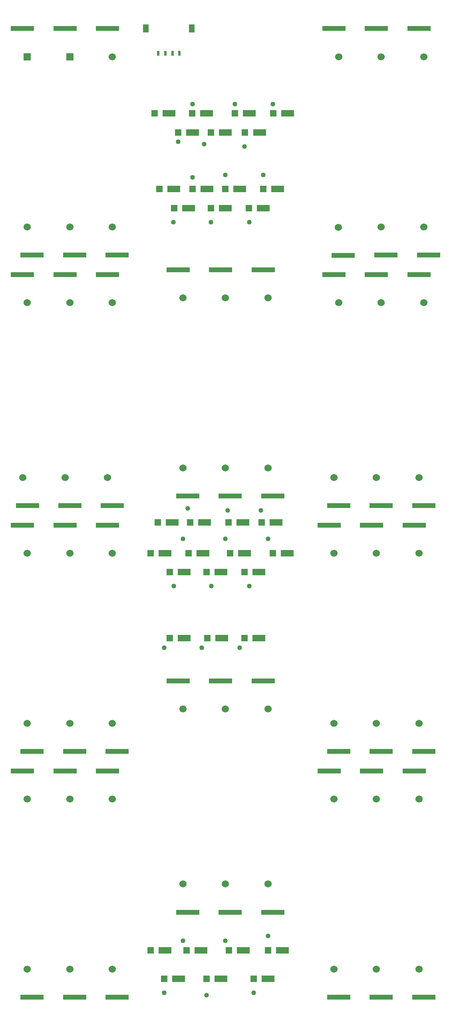
<source format=gtp>
G04*
G04 #@! TF.GenerationSoftware,Altium Limited,Altium Designer,19.1.9 (167)*
G04*
G04 Layer_Color=8421504*
%FSLAX44Y44*%
%MOMM*%
G71*
G01*
G75*
%ADD13R,1.4001X1.4001*%
%ADD14R,2.7000X1.4001*%
%ADD15C,1.5240*%
%ADD16R,5.0000X1.0000*%
%ADD17R,1.5240X1.5240*%
%ADD18R,1.2500X1.8000*%
%ADD19R,0.6000X1.0000*%
%ADD20C,1.0160*%
D13*
X336501Y1055000D02*
D03*
X556501D02*
D03*
X486501D02*
D03*
X405000D02*
D03*
X361501Y810000D02*
D03*
X520000D02*
D03*
X441501D02*
D03*
X520000Y950000D02*
D03*
X440000D02*
D03*
X361501D02*
D03*
X580000Y990000D02*
D03*
X490000D02*
D03*
X401501D02*
D03*
X540000Y90000D02*
D03*
X440000D02*
D03*
X350000D02*
D03*
X570000Y150000D02*
D03*
X487503D02*
D03*
X397503D02*
D03*
X529502Y1720000D02*
D03*
X449502D02*
D03*
X371003D02*
D03*
X379502Y1880000D02*
D03*
X449502D02*
D03*
X521501Y1880000D02*
D03*
X581501Y1920000D02*
D03*
X499502D02*
D03*
X409502D02*
D03*
X560000Y1760000D02*
D03*
X340000Y1760000D02*
D03*
X410000Y1760000D02*
D03*
X480000Y1760000D02*
D03*
X321501Y150000D02*
D03*
Y990000D02*
D03*
X329502Y1920000D02*
D03*
D14*
X366999Y1055000D02*
D03*
X586999D02*
D03*
X516999D02*
D03*
X435498D02*
D03*
X391999Y810000D02*
D03*
X550498D02*
D03*
X471999D02*
D03*
X550498Y950000D02*
D03*
X470498D02*
D03*
X391999D02*
D03*
X610498Y990000D02*
D03*
X520498D02*
D03*
X431999D02*
D03*
X570498Y90000D02*
D03*
X470498D02*
D03*
X380498D02*
D03*
X600498Y150000D02*
D03*
X518001D02*
D03*
X428001D02*
D03*
X560000Y1720000D02*
D03*
X480000D02*
D03*
X401501D02*
D03*
X410000Y1880000D02*
D03*
X480000D02*
D03*
X551999Y1880000D02*
D03*
X611999Y1920000D02*
D03*
X530000D02*
D03*
X440000D02*
D03*
X590498Y1760000D02*
D03*
X370498Y1760000D02*
D03*
X440498Y1760000D02*
D03*
X510498Y1760000D02*
D03*
X351999Y150000D02*
D03*
Y990000D02*
D03*
X360000Y1920000D02*
D03*
D15*
X60000Y110000D02*
D03*
Y990000D02*
D03*
X240000Y1520000D02*
D03*
X150000D02*
D03*
X60000D02*
D03*
X900000Y1680000D02*
D03*
X810000D02*
D03*
X719440Y1679340D02*
D03*
X900000Y2040000D02*
D03*
X810000D02*
D03*
X720000D02*
D03*
X240000Y1680000D02*
D03*
X150000D02*
D03*
X240000Y2040000D02*
D03*
X60000Y1680000D02*
D03*
X60000Y470000D02*
D03*
X390000Y1170000D02*
D03*
X390000Y1530000D02*
D03*
X60000Y630000D02*
D03*
X50000Y1150000D02*
D03*
X150000Y110000D02*
D03*
Y470000D02*
D03*
X480000Y1170000D02*
D03*
Y1530000D02*
D03*
X150000Y630000D02*
D03*
X150000Y990000D02*
D03*
X140000Y1150000D02*
D03*
X240000Y110000D02*
D03*
Y470000D02*
D03*
X570000Y1170000D02*
D03*
X570000Y1530000D02*
D03*
X240000Y630000D02*
D03*
X240000Y990000D02*
D03*
X230000Y1150000D02*
D03*
X710000Y110000D02*
D03*
Y470000D02*
D03*
X390000Y290000D02*
D03*
Y660000D02*
D03*
X710000Y630000D02*
D03*
X710000Y990000D02*
D03*
X710000Y1150000D02*
D03*
X720000Y1520000D02*
D03*
X800000Y110000D02*
D03*
Y470000D02*
D03*
X480000Y290000D02*
D03*
X480000Y660000D02*
D03*
X800000Y630000D02*
D03*
X800000Y990000D02*
D03*
X800000Y1150000D02*
D03*
X810000Y1520000D02*
D03*
X890000Y110000D02*
D03*
Y470000D02*
D03*
X570000Y290000D02*
D03*
Y660000D02*
D03*
X890000Y630000D02*
D03*
X890000Y990000D02*
D03*
X890000Y1150000D02*
D03*
X900000Y1520000D02*
D03*
D16*
X70160Y50661D02*
D03*
X49840Y1049340D02*
D03*
X229840Y1579339D02*
D03*
X139840D02*
D03*
X49840D02*
D03*
X910160Y1620661D02*
D03*
X820160D02*
D03*
X729600Y1620000D02*
D03*
X889840Y2099339D02*
D03*
X799840D02*
D03*
X709840D02*
D03*
X250160Y1620661D02*
D03*
X160160D02*
D03*
X229840Y2099339D02*
D03*
X139840D02*
D03*
X49840D02*
D03*
X70160Y1620661D02*
D03*
X49840Y529339D02*
D03*
X400160Y1110660D02*
D03*
X379840Y1589339D02*
D03*
X70160Y570661D02*
D03*
X60160Y1090660D02*
D03*
X160160Y50661D02*
D03*
X139840Y529339D02*
D03*
X490160Y1110660D02*
D03*
X469840Y1589339D02*
D03*
X160160Y570661D02*
D03*
X139840Y1049340D02*
D03*
X150160Y1090660D02*
D03*
X250160Y50661D02*
D03*
X229840Y529339D02*
D03*
X580160Y1110660D02*
D03*
X559840Y1589339D02*
D03*
X250160Y570661D02*
D03*
X229840Y1049340D02*
D03*
X240160Y1090660D02*
D03*
X720160Y50661D02*
D03*
X699840Y529339D02*
D03*
X400160Y230660D02*
D03*
X379840Y719339D02*
D03*
X720160Y570661D02*
D03*
X699840Y1049340D02*
D03*
X720160Y1090660D02*
D03*
X709840Y1579339D02*
D03*
X810160Y50661D02*
D03*
X789840Y529339D02*
D03*
X490160Y230660D02*
D03*
X469840Y719339D02*
D03*
X810160Y570661D02*
D03*
X789840Y1049340D02*
D03*
X810160Y1090660D02*
D03*
X799840Y1579339D02*
D03*
X900160Y50661D02*
D03*
X879840Y529339D02*
D03*
X580160Y230660D02*
D03*
X559840Y719339D02*
D03*
X900160Y570661D02*
D03*
X879840Y1049340D02*
D03*
X900160Y1090660D02*
D03*
X889840Y1579339D02*
D03*
D17*
X150000Y2040000D02*
D03*
X60000D02*
D03*
D18*
X311450Y2099430D02*
D03*
X408550D02*
D03*
D19*
X337500Y2047530D02*
D03*
X352500D02*
D03*
X367500D02*
D03*
X382500D02*
D03*
D20*
X520000Y1850000D02*
D03*
X410000Y1785000D02*
D03*
X435000Y1855000D02*
D03*
X380000Y1860000D02*
D03*
X480000Y1790000D02*
D03*
X350000Y60000D02*
D03*
X560000Y1790000D02*
D03*
X400000Y1085000D02*
D03*
X390000Y1020000D02*
D03*
X410000Y1940000D02*
D03*
X390000Y170000D02*
D03*
X480000D02*
D03*
X485000Y1080000D02*
D03*
X480000Y1020000D02*
D03*
X500000Y1940000D02*
D03*
X570000Y180000D02*
D03*
X555000Y1080000D02*
D03*
X570000Y1020000D02*
D03*
X580000Y1940000D02*
D03*
X350000Y790000D02*
D03*
X370000Y920000D02*
D03*
X369502Y1690000D02*
D03*
X440000Y55000D02*
D03*
X430000Y790000D02*
D03*
X530000Y920000D02*
D03*
X449502Y1690000D02*
D03*
X540000Y60000D02*
D03*
X510000Y790000D02*
D03*
X450000Y920000D02*
D03*
X530000Y1690000D02*
D03*
M02*

</source>
